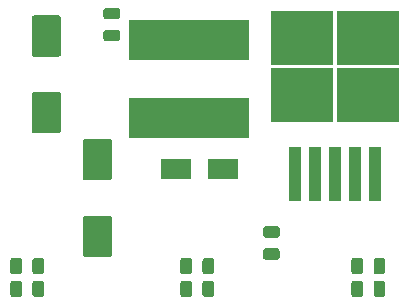
<source format=gbr>
G04 #@! TF.GenerationSoftware,KiCad,Pcbnew,5.1.5-52549c5~84~ubuntu18.04.1*
G04 #@! TF.CreationDate,2020-03-04T17:14:33+01:00*
G04 #@! TF.ProjectId,hub_usb_dispatch,6875625f-7573-4625-9f64-697370617463,rev?*
G04 #@! TF.SameCoordinates,Original*
G04 #@! TF.FileFunction,Paste,Top*
G04 #@! TF.FilePolarity,Positive*
%FSLAX46Y46*%
G04 Gerber Fmt 4.6, Leading zero omitted, Abs format (unit mm)*
G04 Created by KiCad (PCBNEW 5.1.5-52549c5~84~ubuntu18.04.1) date 2020-03-04 17:14:33*
%MOMM*%
%LPD*%
G04 APERTURE LIST*
%ADD10C,0.100000*%
%ADD11R,2.500000X1.800000*%
%ADD12R,10.200000X3.500000*%
%ADD13R,1.100000X4.600000*%
%ADD14R,5.250000X4.550000*%
G04 APERTURE END LIST*
D10*
G36*
X87246542Y-69842174D02*
G01*
X87270203Y-69845684D01*
X87293407Y-69851496D01*
X87315929Y-69859554D01*
X87337553Y-69869782D01*
X87358070Y-69882079D01*
X87377283Y-69896329D01*
X87395007Y-69912393D01*
X87411071Y-69930117D01*
X87425321Y-69949330D01*
X87437618Y-69969847D01*
X87447846Y-69991471D01*
X87455904Y-70013993D01*
X87461716Y-70037197D01*
X87465226Y-70060858D01*
X87466400Y-70084750D01*
X87466400Y-70572250D01*
X87465226Y-70596142D01*
X87461716Y-70619803D01*
X87455904Y-70643007D01*
X87447846Y-70665529D01*
X87437618Y-70687153D01*
X87425321Y-70707670D01*
X87411071Y-70726883D01*
X87395007Y-70744607D01*
X87377283Y-70760671D01*
X87358070Y-70774921D01*
X87337553Y-70787218D01*
X87315929Y-70797446D01*
X87293407Y-70805504D01*
X87270203Y-70811316D01*
X87246542Y-70814826D01*
X87222650Y-70816000D01*
X86310150Y-70816000D01*
X86286258Y-70814826D01*
X86262597Y-70811316D01*
X86239393Y-70805504D01*
X86216871Y-70797446D01*
X86195247Y-70787218D01*
X86174730Y-70774921D01*
X86155517Y-70760671D01*
X86137793Y-70744607D01*
X86121729Y-70726883D01*
X86107479Y-70707670D01*
X86095182Y-70687153D01*
X86084954Y-70665529D01*
X86076896Y-70643007D01*
X86071084Y-70619803D01*
X86067574Y-70596142D01*
X86066400Y-70572250D01*
X86066400Y-70084750D01*
X86067574Y-70060858D01*
X86071084Y-70037197D01*
X86076896Y-70013993D01*
X86084954Y-69991471D01*
X86095182Y-69969847D01*
X86107479Y-69949330D01*
X86121729Y-69930117D01*
X86137793Y-69912393D01*
X86155517Y-69896329D01*
X86174730Y-69882079D01*
X86195247Y-69869782D01*
X86216871Y-69859554D01*
X86239393Y-69851496D01*
X86262597Y-69845684D01*
X86286258Y-69842174D01*
X86310150Y-69841000D01*
X87222650Y-69841000D01*
X87246542Y-69842174D01*
G37*
G36*
X87246542Y-71717174D02*
G01*
X87270203Y-71720684D01*
X87293407Y-71726496D01*
X87315929Y-71734554D01*
X87337553Y-71744782D01*
X87358070Y-71757079D01*
X87377283Y-71771329D01*
X87395007Y-71787393D01*
X87411071Y-71805117D01*
X87425321Y-71824330D01*
X87437618Y-71844847D01*
X87447846Y-71866471D01*
X87455904Y-71888993D01*
X87461716Y-71912197D01*
X87465226Y-71935858D01*
X87466400Y-71959750D01*
X87466400Y-72447250D01*
X87465226Y-72471142D01*
X87461716Y-72494803D01*
X87455904Y-72518007D01*
X87447846Y-72540529D01*
X87437618Y-72562153D01*
X87425321Y-72582670D01*
X87411071Y-72601883D01*
X87395007Y-72619607D01*
X87377283Y-72635671D01*
X87358070Y-72649921D01*
X87337553Y-72662218D01*
X87315929Y-72672446D01*
X87293407Y-72680504D01*
X87270203Y-72686316D01*
X87246542Y-72689826D01*
X87222650Y-72691000D01*
X86310150Y-72691000D01*
X86286258Y-72689826D01*
X86262597Y-72686316D01*
X86239393Y-72680504D01*
X86216871Y-72672446D01*
X86195247Y-72662218D01*
X86174730Y-72649921D01*
X86155517Y-72635671D01*
X86137793Y-72619607D01*
X86121729Y-72601883D01*
X86107479Y-72582670D01*
X86095182Y-72562153D01*
X86084954Y-72540529D01*
X86076896Y-72518007D01*
X86071084Y-72494803D01*
X86067574Y-72471142D01*
X86066400Y-72447250D01*
X86066400Y-71959750D01*
X86067574Y-71935858D01*
X86071084Y-71912197D01*
X86076896Y-71888993D01*
X86084954Y-71866471D01*
X86095182Y-71844847D01*
X86107479Y-71824330D01*
X86121729Y-71805117D01*
X86137793Y-71787393D01*
X86155517Y-71771329D01*
X86174730Y-71757079D01*
X86195247Y-71744782D01*
X86216871Y-71734554D01*
X86239393Y-71726496D01*
X86262597Y-71720684D01*
X86286258Y-71717174D01*
X86310150Y-71716000D01*
X87222650Y-71716000D01*
X87246542Y-71717174D01*
G37*
G36*
X82253704Y-76983604D02*
G01*
X82277973Y-76987204D01*
X82301771Y-76993165D01*
X82324871Y-77001430D01*
X82347049Y-77011920D01*
X82368093Y-77024533D01*
X82387798Y-77039147D01*
X82405977Y-77055623D01*
X82422453Y-77073802D01*
X82437067Y-77093507D01*
X82449680Y-77114551D01*
X82460170Y-77136729D01*
X82468435Y-77159829D01*
X82474396Y-77183627D01*
X82477996Y-77207896D01*
X82479200Y-77232400D01*
X82479200Y-80232400D01*
X82477996Y-80256904D01*
X82474396Y-80281173D01*
X82468435Y-80304971D01*
X82460170Y-80328071D01*
X82449680Y-80350249D01*
X82437067Y-80371293D01*
X82422453Y-80390998D01*
X82405977Y-80409177D01*
X82387798Y-80425653D01*
X82368093Y-80440267D01*
X82347049Y-80452880D01*
X82324871Y-80463370D01*
X82301771Y-80471635D01*
X82277973Y-80477596D01*
X82253704Y-80481196D01*
X82229200Y-80482400D01*
X80229200Y-80482400D01*
X80204696Y-80481196D01*
X80180427Y-80477596D01*
X80156629Y-80471635D01*
X80133529Y-80463370D01*
X80111351Y-80452880D01*
X80090307Y-80440267D01*
X80070602Y-80425653D01*
X80052423Y-80409177D01*
X80035947Y-80390998D01*
X80021333Y-80371293D01*
X80008720Y-80350249D01*
X79998230Y-80328071D01*
X79989965Y-80304971D01*
X79984004Y-80281173D01*
X79980404Y-80256904D01*
X79979200Y-80232400D01*
X79979200Y-77232400D01*
X79980404Y-77207896D01*
X79984004Y-77183627D01*
X79989965Y-77159829D01*
X79998230Y-77136729D01*
X80008720Y-77114551D01*
X80021333Y-77093507D01*
X80035947Y-77073802D01*
X80052423Y-77055623D01*
X80070602Y-77039147D01*
X80090307Y-77024533D01*
X80111351Y-77011920D01*
X80133529Y-77001430D01*
X80156629Y-76993165D01*
X80180427Y-76987204D01*
X80204696Y-76983604D01*
X80229200Y-76982400D01*
X82229200Y-76982400D01*
X82253704Y-76983604D01*
G37*
G36*
X82253704Y-70483604D02*
G01*
X82277973Y-70487204D01*
X82301771Y-70493165D01*
X82324871Y-70501430D01*
X82347049Y-70511920D01*
X82368093Y-70524533D01*
X82387798Y-70539147D01*
X82405977Y-70555623D01*
X82422453Y-70573802D01*
X82437067Y-70593507D01*
X82449680Y-70614551D01*
X82460170Y-70636729D01*
X82468435Y-70659829D01*
X82474396Y-70683627D01*
X82477996Y-70707896D01*
X82479200Y-70732400D01*
X82479200Y-73732400D01*
X82477996Y-73756904D01*
X82474396Y-73781173D01*
X82468435Y-73804971D01*
X82460170Y-73828071D01*
X82449680Y-73850249D01*
X82437067Y-73871293D01*
X82422453Y-73890998D01*
X82405977Y-73909177D01*
X82387798Y-73925653D01*
X82368093Y-73940267D01*
X82347049Y-73952880D01*
X82324871Y-73963370D01*
X82301771Y-73971635D01*
X82277973Y-73977596D01*
X82253704Y-73981196D01*
X82229200Y-73982400D01*
X80229200Y-73982400D01*
X80204696Y-73981196D01*
X80180427Y-73977596D01*
X80156629Y-73971635D01*
X80133529Y-73963370D01*
X80111351Y-73952880D01*
X80090307Y-73940267D01*
X80070602Y-73925653D01*
X80052423Y-73909177D01*
X80035947Y-73890998D01*
X80021333Y-73871293D01*
X80008720Y-73850249D01*
X79998230Y-73828071D01*
X79989965Y-73804971D01*
X79984004Y-73781173D01*
X79980404Y-73756904D01*
X79979200Y-73732400D01*
X79979200Y-70732400D01*
X79980404Y-70707896D01*
X79984004Y-70683627D01*
X79989965Y-70659829D01*
X79998230Y-70636729D01*
X80008720Y-70614551D01*
X80021333Y-70593507D01*
X80035947Y-70573802D01*
X80052423Y-70555623D01*
X80070602Y-70539147D01*
X80090307Y-70524533D01*
X80111351Y-70511920D01*
X80133529Y-70501430D01*
X80156629Y-70493165D01*
X80180427Y-70487204D01*
X80204696Y-70483604D01*
X80229200Y-70482400D01*
X82229200Y-70482400D01*
X82253704Y-70483604D01*
G37*
G36*
X86571704Y-80948404D02*
G01*
X86595973Y-80952004D01*
X86619771Y-80957965D01*
X86642871Y-80966230D01*
X86665049Y-80976720D01*
X86686093Y-80989333D01*
X86705798Y-81003947D01*
X86723977Y-81020423D01*
X86740453Y-81038602D01*
X86755067Y-81058307D01*
X86767680Y-81079351D01*
X86778170Y-81101529D01*
X86786435Y-81124629D01*
X86792396Y-81148427D01*
X86795996Y-81172696D01*
X86797200Y-81197200D01*
X86797200Y-84197200D01*
X86795996Y-84221704D01*
X86792396Y-84245973D01*
X86786435Y-84269771D01*
X86778170Y-84292871D01*
X86767680Y-84315049D01*
X86755067Y-84336093D01*
X86740453Y-84355798D01*
X86723977Y-84373977D01*
X86705798Y-84390453D01*
X86686093Y-84405067D01*
X86665049Y-84417680D01*
X86642871Y-84428170D01*
X86619771Y-84436435D01*
X86595973Y-84442396D01*
X86571704Y-84445996D01*
X86547200Y-84447200D01*
X84547200Y-84447200D01*
X84522696Y-84445996D01*
X84498427Y-84442396D01*
X84474629Y-84436435D01*
X84451529Y-84428170D01*
X84429351Y-84417680D01*
X84408307Y-84405067D01*
X84388602Y-84390453D01*
X84370423Y-84373977D01*
X84353947Y-84355798D01*
X84339333Y-84336093D01*
X84326720Y-84315049D01*
X84316230Y-84292871D01*
X84307965Y-84269771D01*
X84302004Y-84245973D01*
X84298404Y-84221704D01*
X84297200Y-84197200D01*
X84297200Y-81197200D01*
X84298404Y-81172696D01*
X84302004Y-81148427D01*
X84307965Y-81124629D01*
X84316230Y-81101529D01*
X84326720Y-81079351D01*
X84339333Y-81058307D01*
X84353947Y-81038602D01*
X84370423Y-81020423D01*
X84388602Y-81003947D01*
X84408307Y-80989333D01*
X84429351Y-80976720D01*
X84451529Y-80966230D01*
X84474629Y-80957965D01*
X84498427Y-80952004D01*
X84522696Y-80948404D01*
X84547200Y-80947200D01*
X86547200Y-80947200D01*
X86571704Y-80948404D01*
G37*
G36*
X86571704Y-87448404D02*
G01*
X86595973Y-87452004D01*
X86619771Y-87457965D01*
X86642871Y-87466230D01*
X86665049Y-87476720D01*
X86686093Y-87489333D01*
X86705798Y-87503947D01*
X86723977Y-87520423D01*
X86740453Y-87538602D01*
X86755067Y-87558307D01*
X86767680Y-87579351D01*
X86778170Y-87601529D01*
X86786435Y-87624629D01*
X86792396Y-87648427D01*
X86795996Y-87672696D01*
X86797200Y-87697200D01*
X86797200Y-90697200D01*
X86795996Y-90721704D01*
X86792396Y-90745973D01*
X86786435Y-90769771D01*
X86778170Y-90792871D01*
X86767680Y-90815049D01*
X86755067Y-90836093D01*
X86740453Y-90855798D01*
X86723977Y-90873977D01*
X86705798Y-90890453D01*
X86686093Y-90905067D01*
X86665049Y-90917680D01*
X86642871Y-90928170D01*
X86619771Y-90936435D01*
X86595973Y-90942396D01*
X86571704Y-90945996D01*
X86547200Y-90947200D01*
X84547200Y-90947200D01*
X84522696Y-90945996D01*
X84498427Y-90942396D01*
X84474629Y-90936435D01*
X84451529Y-90928170D01*
X84429351Y-90917680D01*
X84408307Y-90905067D01*
X84388602Y-90890453D01*
X84370423Y-90873977D01*
X84353947Y-90855798D01*
X84339333Y-90836093D01*
X84326720Y-90815049D01*
X84316230Y-90792871D01*
X84307965Y-90769771D01*
X84302004Y-90745973D01*
X84298404Y-90721704D01*
X84297200Y-90697200D01*
X84297200Y-87697200D01*
X84298404Y-87672696D01*
X84302004Y-87648427D01*
X84307965Y-87624629D01*
X84316230Y-87601529D01*
X84326720Y-87579351D01*
X84339333Y-87558307D01*
X84353947Y-87538602D01*
X84370423Y-87520423D01*
X84388602Y-87503947D01*
X84408307Y-87489333D01*
X84429351Y-87476720D01*
X84451529Y-87466230D01*
X84474629Y-87457965D01*
X84498427Y-87452004D01*
X84522696Y-87448404D01*
X84547200Y-87447200D01*
X86547200Y-87447200D01*
X86571704Y-87448404D01*
G37*
G36*
X95205142Y-91014174D02*
G01*
X95228803Y-91017684D01*
X95252007Y-91023496D01*
X95274529Y-91031554D01*
X95296153Y-91041782D01*
X95316670Y-91054079D01*
X95335883Y-91068329D01*
X95353607Y-91084393D01*
X95369671Y-91102117D01*
X95383921Y-91121330D01*
X95396218Y-91141847D01*
X95406446Y-91163471D01*
X95414504Y-91185993D01*
X95420316Y-91209197D01*
X95423826Y-91232858D01*
X95425000Y-91256750D01*
X95425000Y-92169250D01*
X95423826Y-92193142D01*
X95420316Y-92216803D01*
X95414504Y-92240007D01*
X95406446Y-92262529D01*
X95396218Y-92284153D01*
X95383921Y-92304670D01*
X95369671Y-92323883D01*
X95353607Y-92341607D01*
X95335883Y-92357671D01*
X95316670Y-92371921D01*
X95296153Y-92384218D01*
X95274529Y-92394446D01*
X95252007Y-92402504D01*
X95228803Y-92408316D01*
X95205142Y-92411826D01*
X95181250Y-92413000D01*
X94693750Y-92413000D01*
X94669858Y-92411826D01*
X94646197Y-92408316D01*
X94622993Y-92402504D01*
X94600471Y-92394446D01*
X94578847Y-92384218D01*
X94558330Y-92371921D01*
X94539117Y-92357671D01*
X94521393Y-92341607D01*
X94505329Y-92323883D01*
X94491079Y-92304670D01*
X94478782Y-92284153D01*
X94468554Y-92262529D01*
X94460496Y-92240007D01*
X94454684Y-92216803D01*
X94451174Y-92193142D01*
X94450000Y-92169250D01*
X94450000Y-91256750D01*
X94451174Y-91232858D01*
X94454684Y-91209197D01*
X94460496Y-91185993D01*
X94468554Y-91163471D01*
X94478782Y-91141847D01*
X94491079Y-91121330D01*
X94505329Y-91102117D01*
X94521393Y-91084393D01*
X94539117Y-91068329D01*
X94558330Y-91054079D01*
X94578847Y-91041782D01*
X94600471Y-91031554D01*
X94622993Y-91023496D01*
X94646197Y-91017684D01*
X94669858Y-91014174D01*
X94693750Y-91013000D01*
X95181250Y-91013000D01*
X95205142Y-91014174D01*
G37*
G36*
X93330142Y-91014174D02*
G01*
X93353803Y-91017684D01*
X93377007Y-91023496D01*
X93399529Y-91031554D01*
X93421153Y-91041782D01*
X93441670Y-91054079D01*
X93460883Y-91068329D01*
X93478607Y-91084393D01*
X93494671Y-91102117D01*
X93508921Y-91121330D01*
X93521218Y-91141847D01*
X93531446Y-91163471D01*
X93539504Y-91185993D01*
X93545316Y-91209197D01*
X93548826Y-91232858D01*
X93550000Y-91256750D01*
X93550000Y-92169250D01*
X93548826Y-92193142D01*
X93545316Y-92216803D01*
X93539504Y-92240007D01*
X93531446Y-92262529D01*
X93521218Y-92284153D01*
X93508921Y-92304670D01*
X93494671Y-92323883D01*
X93478607Y-92341607D01*
X93460883Y-92357671D01*
X93441670Y-92371921D01*
X93421153Y-92384218D01*
X93399529Y-92394446D01*
X93377007Y-92402504D01*
X93353803Y-92408316D01*
X93330142Y-92411826D01*
X93306250Y-92413000D01*
X92818750Y-92413000D01*
X92794858Y-92411826D01*
X92771197Y-92408316D01*
X92747993Y-92402504D01*
X92725471Y-92394446D01*
X92703847Y-92384218D01*
X92683330Y-92371921D01*
X92664117Y-92357671D01*
X92646393Y-92341607D01*
X92630329Y-92323883D01*
X92616079Y-92304670D01*
X92603782Y-92284153D01*
X92593554Y-92262529D01*
X92585496Y-92240007D01*
X92579684Y-92216803D01*
X92576174Y-92193142D01*
X92575000Y-92169250D01*
X92575000Y-91256750D01*
X92576174Y-91232858D01*
X92579684Y-91209197D01*
X92585496Y-91185993D01*
X92593554Y-91163471D01*
X92603782Y-91141847D01*
X92616079Y-91121330D01*
X92630329Y-91102117D01*
X92646393Y-91084393D01*
X92664117Y-91068329D01*
X92683330Y-91054079D01*
X92703847Y-91041782D01*
X92725471Y-91031554D01*
X92747993Y-91023496D01*
X92771197Y-91017684D01*
X92794858Y-91014174D01*
X92818750Y-91013000D01*
X93306250Y-91013000D01*
X93330142Y-91014174D01*
G37*
G36*
X80810142Y-91014174D02*
G01*
X80833803Y-91017684D01*
X80857007Y-91023496D01*
X80879529Y-91031554D01*
X80901153Y-91041782D01*
X80921670Y-91054079D01*
X80940883Y-91068329D01*
X80958607Y-91084393D01*
X80974671Y-91102117D01*
X80988921Y-91121330D01*
X81001218Y-91141847D01*
X81011446Y-91163471D01*
X81019504Y-91185993D01*
X81025316Y-91209197D01*
X81028826Y-91232858D01*
X81030000Y-91256750D01*
X81030000Y-92169250D01*
X81028826Y-92193142D01*
X81025316Y-92216803D01*
X81019504Y-92240007D01*
X81011446Y-92262529D01*
X81001218Y-92284153D01*
X80988921Y-92304670D01*
X80974671Y-92323883D01*
X80958607Y-92341607D01*
X80940883Y-92357671D01*
X80921670Y-92371921D01*
X80901153Y-92384218D01*
X80879529Y-92394446D01*
X80857007Y-92402504D01*
X80833803Y-92408316D01*
X80810142Y-92411826D01*
X80786250Y-92413000D01*
X80298750Y-92413000D01*
X80274858Y-92411826D01*
X80251197Y-92408316D01*
X80227993Y-92402504D01*
X80205471Y-92394446D01*
X80183847Y-92384218D01*
X80163330Y-92371921D01*
X80144117Y-92357671D01*
X80126393Y-92341607D01*
X80110329Y-92323883D01*
X80096079Y-92304670D01*
X80083782Y-92284153D01*
X80073554Y-92262529D01*
X80065496Y-92240007D01*
X80059684Y-92216803D01*
X80056174Y-92193142D01*
X80055000Y-92169250D01*
X80055000Y-91256750D01*
X80056174Y-91232858D01*
X80059684Y-91209197D01*
X80065496Y-91185993D01*
X80073554Y-91163471D01*
X80083782Y-91141847D01*
X80096079Y-91121330D01*
X80110329Y-91102117D01*
X80126393Y-91084393D01*
X80144117Y-91068329D01*
X80163330Y-91054079D01*
X80183847Y-91041782D01*
X80205471Y-91031554D01*
X80227993Y-91023496D01*
X80251197Y-91017684D01*
X80274858Y-91014174D01*
X80298750Y-91013000D01*
X80786250Y-91013000D01*
X80810142Y-91014174D01*
G37*
G36*
X78935142Y-91014174D02*
G01*
X78958803Y-91017684D01*
X78982007Y-91023496D01*
X79004529Y-91031554D01*
X79026153Y-91041782D01*
X79046670Y-91054079D01*
X79065883Y-91068329D01*
X79083607Y-91084393D01*
X79099671Y-91102117D01*
X79113921Y-91121330D01*
X79126218Y-91141847D01*
X79136446Y-91163471D01*
X79144504Y-91185993D01*
X79150316Y-91209197D01*
X79153826Y-91232858D01*
X79155000Y-91256750D01*
X79155000Y-92169250D01*
X79153826Y-92193142D01*
X79150316Y-92216803D01*
X79144504Y-92240007D01*
X79136446Y-92262529D01*
X79126218Y-92284153D01*
X79113921Y-92304670D01*
X79099671Y-92323883D01*
X79083607Y-92341607D01*
X79065883Y-92357671D01*
X79046670Y-92371921D01*
X79026153Y-92384218D01*
X79004529Y-92394446D01*
X78982007Y-92402504D01*
X78958803Y-92408316D01*
X78935142Y-92411826D01*
X78911250Y-92413000D01*
X78423750Y-92413000D01*
X78399858Y-92411826D01*
X78376197Y-92408316D01*
X78352993Y-92402504D01*
X78330471Y-92394446D01*
X78308847Y-92384218D01*
X78288330Y-92371921D01*
X78269117Y-92357671D01*
X78251393Y-92341607D01*
X78235329Y-92323883D01*
X78221079Y-92304670D01*
X78208782Y-92284153D01*
X78198554Y-92262529D01*
X78190496Y-92240007D01*
X78184684Y-92216803D01*
X78181174Y-92193142D01*
X78180000Y-92169250D01*
X78180000Y-91256750D01*
X78181174Y-91232858D01*
X78184684Y-91209197D01*
X78190496Y-91185993D01*
X78198554Y-91163471D01*
X78208782Y-91141847D01*
X78221079Y-91121330D01*
X78235329Y-91102117D01*
X78251393Y-91084393D01*
X78269117Y-91068329D01*
X78288330Y-91054079D01*
X78308847Y-91041782D01*
X78330471Y-91031554D01*
X78352993Y-91023496D01*
X78376197Y-91017684D01*
X78399858Y-91014174D01*
X78423750Y-91013000D01*
X78911250Y-91013000D01*
X78935142Y-91014174D01*
G37*
G36*
X109690842Y-91014174D02*
G01*
X109714503Y-91017684D01*
X109737707Y-91023496D01*
X109760229Y-91031554D01*
X109781853Y-91041782D01*
X109802370Y-91054079D01*
X109821583Y-91068329D01*
X109839307Y-91084393D01*
X109855371Y-91102117D01*
X109869621Y-91121330D01*
X109881918Y-91141847D01*
X109892146Y-91163471D01*
X109900204Y-91185993D01*
X109906016Y-91209197D01*
X109909526Y-91232858D01*
X109910700Y-91256750D01*
X109910700Y-92169250D01*
X109909526Y-92193142D01*
X109906016Y-92216803D01*
X109900204Y-92240007D01*
X109892146Y-92262529D01*
X109881918Y-92284153D01*
X109869621Y-92304670D01*
X109855371Y-92323883D01*
X109839307Y-92341607D01*
X109821583Y-92357671D01*
X109802370Y-92371921D01*
X109781853Y-92384218D01*
X109760229Y-92394446D01*
X109737707Y-92402504D01*
X109714503Y-92408316D01*
X109690842Y-92411826D01*
X109666950Y-92413000D01*
X109179450Y-92413000D01*
X109155558Y-92411826D01*
X109131897Y-92408316D01*
X109108693Y-92402504D01*
X109086171Y-92394446D01*
X109064547Y-92384218D01*
X109044030Y-92371921D01*
X109024817Y-92357671D01*
X109007093Y-92341607D01*
X108991029Y-92323883D01*
X108976779Y-92304670D01*
X108964482Y-92284153D01*
X108954254Y-92262529D01*
X108946196Y-92240007D01*
X108940384Y-92216803D01*
X108936874Y-92193142D01*
X108935700Y-92169250D01*
X108935700Y-91256750D01*
X108936874Y-91232858D01*
X108940384Y-91209197D01*
X108946196Y-91185993D01*
X108954254Y-91163471D01*
X108964482Y-91141847D01*
X108976779Y-91121330D01*
X108991029Y-91102117D01*
X109007093Y-91084393D01*
X109024817Y-91068329D01*
X109044030Y-91054079D01*
X109064547Y-91041782D01*
X109086171Y-91031554D01*
X109108693Y-91023496D01*
X109131897Y-91017684D01*
X109155558Y-91014174D01*
X109179450Y-91013000D01*
X109666950Y-91013000D01*
X109690842Y-91014174D01*
G37*
G36*
X107815842Y-91014174D02*
G01*
X107839503Y-91017684D01*
X107862707Y-91023496D01*
X107885229Y-91031554D01*
X107906853Y-91041782D01*
X107927370Y-91054079D01*
X107946583Y-91068329D01*
X107964307Y-91084393D01*
X107980371Y-91102117D01*
X107994621Y-91121330D01*
X108006918Y-91141847D01*
X108017146Y-91163471D01*
X108025204Y-91185993D01*
X108031016Y-91209197D01*
X108034526Y-91232858D01*
X108035700Y-91256750D01*
X108035700Y-92169250D01*
X108034526Y-92193142D01*
X108031016Y-92216803D01*
X108025204Y-92240007D01*
X108017146Y-92262529D01*
X108006918Y-92284153D01*
X107994621Y-92304670D01*
X107980371Y-92323883D01*
X107964307Y-92341607D01*
X107946583Y-92357671D01*
X107927370Y-92371921D01*
X107906853Y-92384218D01*
X107885229Y-92394446D01*
X107862707Y-92402504D01*
X107839503Y-92408316D01*
X107815842Y-92411826D01*
X107791950Y-92413000D01*
X107304450Y-92413000D01*
X107280558Y-92411826D01*
X107256897Y-92408316D01*
X107233693Y-92402504D01*
X107211171Y-92394446D01*
X107189547Y-92384218D01*
X107169030Y-92371921D01*
X107149817Y-92357671D01*
X107132093Y-92341607D01*
X107116029Y-92323883D01*
X107101779Y-92304670D01*
X107089482Y-92284153D01*
X107079254Y-92262529D01*
X107071196Y-92240007D01*
X107065384Y-92216803D01*
X107061874Y-92193142D01*
X107060700Y-92169250D01*
X107060700Y-91256750D01*
X107061874Y-91232858D01*
X107065384Y-91209197D01*
X107071196Y-91185993D01*
X107079254Y-91163471D01*
X107089482Y-91141847D01*
X107101779Y-91121330D01*
X107116029Y-91102117D01*
X107132093Y-91084393D01*
X107149817Y-91068329D01*
X107169030Y-91054079D01*
X107189547Y-91041782D01*
X107211171Y-91031554D01*
X107233693Y-91023496D01*
X107256897Y-91017684D01*
X107280558Y-91014174D01*
X107304450Y-91013000D01*
X107791950Y-91013000D01*
X107815842Y-91014174D01*
G37*
G36*
X95205142Y-92944574D02*
G01*
X95228803Y-92948084D01*
X95252007Y-92953896D01*
X95274529Y-92961954D01*
X95296153Y-92972182D01*
X95316670Y-92984479D01*
X95335883Y-92998729D01*
X95353607Y-93014793D01*
X95369671Y-93032517D01*
X95383921Y-93051730D01*
X95396218Y-93072247D01*
X95406446Y-93093871D01*
X95414504Y-93116393D01*
X95420316Y-93139597D01*
X95423826Y-93163258D01*
X95425000Y-93187150D01*
X95425000Y-94099650D01*
X95423826Y-94123542D01*
X95420316Y-94147203D01*
X95414504Y-94170407D01*
X95406446Y-94192929D01*
X95396218Y-94214553D01*
X95383921Y-94235070D01*
X95369671Y-94254283D01*
X95353607Y-94272007D01*
X95335883Y-94288071D01*
X95316670Y-94302321D01*
X95296153Y-94314618D01*
X95274529Y-94324846D01*
X95252007Y-94332904D01*
X95228803Y-94338716D01*
X95205142Y-94342226D01*
X95181250Y-94343400D01*
X94693750Y-94343400D01*
X94669858Y-94342226D01*
X94646197Y-94338716D01*
X94622993Y-94332904D01*
X94600471Y-94324846D01*
X94578847Y-94314618D01*
X94558330Y-94302321D01*
X94539117Y-94288071D01*
X94521393Y-94272007D01*
X94505329Y-94254283D01*
X94491079Y-94235070D01*
X94478782Y-94214553D01*
X94468554Y-94192929D01*
X94460496Y-94170407D01*
X94454684Y-94147203D01*
X94451174Y-94123542D01*
X94450000Y-94099650D01*
X94450000Y-93187150D01*
X94451174Y-93163258D01*
X94454684Y-93139597D01*
X94460496Y-93116393D01*
X94468554Y-93093871D01*
X94478782Y-93072247D01*
X94491079Y-93051730D01*
X94505329Y-93032517D01*
X94521393Y-93014793D01*
X94539117Y-92998729D01*
X94558330Y-92984479D01*
X94578847Y-92972182D01*
X94600471Y-92961954D01*
X94622993Y-92953896D01*
X94646197Y-92948084D01*
X94669858Y-92944574D01*
X94693750Y-92943400D01*
X95181250Y-92943400D01*
X95205142Y-92944574D01*
G37*
G36*
X93330142Y-92944574D02*
G01*
X93353803Y-92948084D01*
X93377007Y-92953896D01*
X93399529Y-92961954D01*
X93421153Y-92972182D01*
X93441670Y-92984479D01*
X93460883Y-92998729D01*
X93478607Y-93014793D01*
X93494671Y-93032517D01*
X93508921Y-93051730D01*
X93521218Y-93072247D01*
X93531446Y-93093871D01*
X93539504Y-93116393D01*
X93545316Y-93139597D01*
X93548826Y-93163258D01*
X93550000Y-93187150D01*
X93550000Y-94099650D01*
X93548826Y-94123542D01*
X93545316Y-94147203D01*
X93539504Y-94170407D01*
X93531446Y-94192929D01*
X93521218Y-94214553D01*
X93508921Y-94235070D01*
X93494671Y-94254283D01*
X93478607Y-94272007D01*
X93460883Y-94288071D01*
X93441670Y-94302321D01*
X93421153Y-94314618D01*
X93399529Y-94324846D01*
X93377007Y-94332904D01*
X93353803Y-94338716D01*
X93330142Y-94342226D01*
X93306250Y-94343400D01*
X92818750Y-94343400D01*
X92794858Y-94342226D01*
X92771197Y-94338716D01*
X92747993Y-94332904D01*
X92725471Y-94324846D01*
X92703847Y-94314618D01*
X92683330Y-94302321D01*
X92664117Y-94288071D01*
X92646393Y-94272007D01*
X92630329Y-94254283D01*
X92616079Y-94235070D01*
X92603782Y-94214553D01*
X92593554Y-94192929D01*
X92585496Y-94170407D01*
X92579684Y-94147203D01*
X92576174Y-94123542D01*
X92575000Y-94099650D01*
X92575000Y-93187150D01*
X92576174Y-93163258D01*
X92579684Y-93139597D01*
X92585496Y-93116393D01*
X92593554Y-93093871D01*
X92603782Y-93072247D01*
X92616079Y-93051730D01*
X92630329Y-93032517D01*
X92646393Y-93014793D01*
X92664117Y-92998729D01*
X92683330Y-92984479D01*
X92703847Y-92972182D01*
X92725471Y-92961954D01*
X92747993Y-92953896D01*
X92771197Y-92948084D01*
X92794858Y-92944574D01*
X92818750Y-92943400D01*
X93306250Y-92943400D01*
X93330142Y-92944574D01*
G37*
G36*
X80810142Y-92944574D02*
G01*
X80833803Y-92948084D01*
X80857007Y-92953896D01*
X80879529Y-92961954D01*
X80901153Y-92972182D01*
X80921670Y-92984479D01*
X80940883Y-92998729D01*
X80958607Y-93014793D01*
X80974671Y-93032517D01*
X80988921Y-93051730D01*
X81001218Y-93072247D01*
X81011446Y-93093871D01*
X81019504Y-93116393D01*
X81025316Y-93139597D01*
X81028826Y-93163258D01*
X81030000Y-93187150D01*
X81030000Y-94099650D01*
X81028826Y-94123542D01*
X81025316Y-94147203D01*
X81019504Y-94170407D01*
X81011446Y-94192929D01*
X81001218Y-94214553D01*
X80988921Y-94235070D01*
X80974671Y-94254283D01*
X80958607Y-94272007D01*
X80940883Y-94288071D01*
X80921670Y-94302321D01*
X80901153Y-94314618D01*
X80879529Y-94324846D01*
X80857007Y-94332904D01*
X80833803Y-94338716D01*
X80810142Y-94342226D01*
X80786250Y-94343400D01*
X80298750Y-94343400D01*
X80274858Y-94342226D01*
X80251197Y-94338716D01*
X80227993Y-94332904D01*
X80205471Y-94324846D01*
X80183847Y-94314618D01*
X80163330Y-94302321D01*
X80144117Y-94288071D01*
X80126393Y-94272007D01*
X80110329Y-94254283D01*
X80096079Y-94235070D01*
X80083782Y-94214553D01*
X80073554Y-94192929D01*
X80065496Y-94170407D01*
X80059684Y-94147203D01*
X80056174Y-94123542D01*
X80055000Y-94099650D01*
X80055000Y-93187150D01*
X80056174Y-93163258D01*
X80059684Y-93139597D01*
X80065496Y-93116393D01*
X80073554Y-93093871D01*
X80083782Y-93072247D01*
X80096079Y-93051730D01*
X80110329Y-93032517D01*
X80126393Y-93014793D01*
X80144117Y-92998729D01*
X80163330Y-92984479D01*
X80183847Y-92972182D01*
X80205471Y-92961954D01*
X80227993Y-92953896D01*
X80251197Y-92948084D01*
X80274858Y-92944574D01*
X80298750Y-92943400D01*
X80786250Y-92943400D01*
X80810142Y-92944574D01*
G37*
G36*
X78935142Y-92944574D02*
G01*
X78958803Y-92948084D01*
X78982007Y-92953896D01*
X79004529Y-92961954D01*
X79026153Y-92972182D01*
X79046670Y-92984479D01*
X79065883Y-92998729D01*
X79083607Y-93014793D01*
X79099671Y-93032517D01*
X79113921Y-93051730D01*
X79126218Y-93072247D01*
X79136446Y-93093871D01*
X79144504Y-93116393D01*
X79150316Y-93139597D01*
X79153826Y-93163258D01*
X79155000Y-93187150D01*
X79155000Y-94099650D01*
X79153826Y-94123542D01*
X79150316Y-94147203D01*
X79144504Y-94170407D01*
X79136446Y-94192929D01*
X79126218Y-94214553D01*
X79113921Y-94235070D01*
X79099671Y-94254283D01*
X79083607Y-94272007D01*
X79065883Y-94288071D01*
X79046670Y-94302321D01*
X79026153Y-94314618D01*
X79004529Y-94324846D01*
X78982007Y-94332904D01*
X78958803Y-94338716D01*
X78935142Y-94342226D01*
X78911250Y-94343400D01*
X78423750Y-94343400D01*
X78399858Y-94342226D01*
X78376197Y-94338716D01*
X78352993Y-94332904D01*
X78330471Y-94324846D01*
X78308847Y-94314618D01*
X78288330Y-94302321D01*
X78269117Y-94288071D01*
X78251393Y-94272007D01*
X78235329Y-94254283D01*
X78221079Y-94235070D01*
X78208782Y-94214553D01*
X78198554Y-94192929D01*
X78190496Y-94170407D01*
X78184684Y-94147203D01*
X78181174Y-94123542D01*
X78180000Y-94099650D01*
X78180000Y-93187150D01*
X78181174Y-93163258D01*
X78184684Y-93139597D01*
X78190496Y-93116393D01*
X78198554Y-93093871D01*
X78208782Y-93072247D01*
X78221079Y-93051730D01*
X78235329Y-93032517D01*
X78251393Y-93014793D01*
X78269117Y-92998729D01*
X78288330Y-92984479D01*
X78308847Y-92972182D01*
X78330471Y-92961954D01*
X78352993Y-92953896D01*
X78376197Y-92948084D01*
X78399858Y-92944574D01*
X78423750Y-92943400D01*
X78911250Y-92943400D01*
X78935142Y-92944574D01*
G37*
G36*
X109688542Y-92944574D02*
G01*
X109712203Y-92948084D01*
X109735407Y-92953896D01*
X109757929Y-92961954D01*
X109779553Y-92972182D01*
X109800070Y-92984479D01*
X109819283Y-92998729D01*
X109837007Y-93014793D01*
X109853071Y-93032517D01*
X109867321Y-93051730D01*
X109879618Y-93072247D01*
X109889846Y-93093871D01*
X109897904Y-93116393D01*
X109903716Y-93139597D01*
X109907226Y-93163258D01*
X109908400Y-93187150D01*
X109908400Y-94099650D01*
X109907226Y-94123542D01*
X109903716Y-94147203D01*
X109897904Y-94170407D01*
X109889846Y-94192929D01*
X109879618Y-94214553D01*
X109867321Y-94235070D01*
X109853071Y-94254283D01*
X109837007Y-94272007D01*
X109819283Y-94288071D01*
X109800070Y-94302321D01*
X109779553Y-94314618D01*
X109757929Y-94324846D01*
X109735407Y-94332904D01*
X109712203Y-94338716D01*
X109688542Y-94342226D01*
X109664650Y-94343400D01*
X109177150Y-94343400D01*
X109153258Y-94342226D01*
X109129597Y-94338716D01*
X109106393Y-94332904D01*
X109083871Y-94324846D01*
X109062247Y-94314618D01*
X109041730Y-94302321D01*
X109022517Y-94288071D01*
X109004793Y-94272007D01*
X108988729Y-94254283D01*
X108974479Y-94235070D01*
X108962182Y-94214553D01*
X108951954Y-94192929D01*
X108943896Y-94170407D01*
X108938084Y-94147203D01*
X108934574Y-94123542D01*
X108933400Y-94099650D01*
X108933400Y-93187150D01*
X108934574Y-93163258D01*
X108938084Y-93139597D01*
X108943896Y-93116393D01*
X108951954Y-93093871D01*
X108962182Y-93072247D01*
X108974479Y-93051730D01*
X108988729Y-93032517D01*
X109004793Y-93014793D01*
X109022517Y-92998729D01*
X109041730Y-92984479D01*
X109062247Y-92972182D01*
X109083871Y-92961954D01*
X109106393Y-92953896D01*
X109129597Y-92948084D01*
X109153258Y-92944574D01*
X109177150Y-92943400D01*
X109664650Y-92943400D01*
X109688542Y-92944574D01*
G37*
G36*
X107813542Y-92944574D02*
G01*
X107837203Y-92948084D01*
X107860407Y-92953896D01*
X107882929Y-92961954D01*
X107904553Y-92972182D01*
X107925070Y-92984479D01*
X107944283Y-92998729D01*
X107962007Y-93014793D01*
X107978071Y-93032517D01*
X107992321Y-93051730D01*
X108004618Y-93072247D01*
X108014846Y-93093871D01*
X108022904Y-93116393D01*
X108028716Y-93139597D01*
X108032226Y-93163258D01*
X108033400Y-93187150D01*
X108033400Y-94099650D01*
X108032226Y-94123542D01*
X108028716Y-94147203D01*
X108022904Y-94170407D01*
X108014846Y-94192929D01*
X108004618Y-94214553D01*
X107992321Y-94235070D01*
X107978071Y-94254283D01*
X107962007Y-94272007D01*
X107944283Y-94288071D01*
X107925070Y-94302321D01*
X107904553Y-94314618D01*
X107882929Y-94324846D01*
X107860407Y-94332904D01*
X107837203Y-94338716D01*
X107813542Y-94342226D01*
X107789650Y-94343400D01*
X107302150Y-94343400D01*
X107278258Y-94342226D01*
X107254597Y-94338716D01*
X107231393Y-94332904D01*
X107208871Y-94324846D01*
X107187247Y-94314618D01*
X107166730Y-94302321D01*
X107147517Y-94288071D01*
X107129793Y-94272007D01*
X107113729Y-94254283D01*
X107099479Y-94235070D01*
X107087182Y-94214553D01*
X107076954Y-94192929D01*
X107068896Y-94170407D01*
X107063084Y-94147203D01*
X107059574Y-94123542D01*
X107058400Y-94099650D01*
X107058400Y-93187150D01*
X107059574Y-93163258D01*
X107063084Y-93139597D01*
X107068896Y-93116393D01*
X107076954Y-93093871D01*
X107087182Y-93072247D01*
X107099479Y-93051730D01*
X107113729Y-93032517D01*
X107129793Y-93014793D01*
X107147517Y-92998729D01*
X107166730Y-92984479D01*
X107187247Y-92972182D01*
X107208871Y-92961954D01*
X107231393Y-92953896D01*
X107254597Y-92948084D01*
X107278258Y-92944574D01*
X107302150Y-92943400D01*
X107789650Y-92943400D01*
X107813542Y-92944574D01*
G37*
D11*
X92183200Y-83508800D03*
X96183200Y-83508800D03*
D12*
X93268800Y-72538000D03*
X93268800Y-79138000D03*
D13*
X102276700Y-83949800D03*
X103976700Y-83949800D03*
X105676700Y-83949800D03*
X107376700Y-83949800D03*
X109076700Y-83949800D03*
D14*
X108451700Y-72374800D03*
X102901700Y-77224800D03*
X102901700Y-72374800D03*
X108451700Y-77224800D03*
D10*
G36*
X100759342Y-90208374D02*
G01*
X100783003Y-90211884D01*
X100806207Y-90217696D01*
X100828729Y-90225754D01*
X100850353Y-90235982D01*
X100870870Y-90248279D01*
X100890083Y-90262529D01*
X100907807Y-90278593D01*
X100923871Y-90296317D01*
X100938121Y-90315530D01*
X100950418Y-90336047D01*
X100960646Y-90357671D01*
X100968704Y-90380193D01*
X100974516Y-90403397D01*
X100978026Y-90427058D01*
X100979200Y-90450950D01*
X100979200Y-90938450D01*
X100978026Y-90962342D01*
X100974516Y-90986003D01*
X100968704Y-91009207D01*
X100960646Y-91031729D01*
X100950418Y-91053353D01*
X100938121Y-91073870D01*
X100923871Y-91093083D01*
X100907807Y-91110807D01*
X100890083Y-91126871D01*
X100870870Y-91141121D01*
X100850353Y-91153418D01*
X100828729Y-91163646D01*
X100806207Y-91171704D01*
X100783003Y-91177516D01*
X100759342Y-91181026D01*
X100735450Y-91182200D01*
X99822950Y-91182200D01*
X99799058Y-91181026D01*
X99775397Y-91177516D01*
X99752193Y-91171704D01*
X99729671Y-91163646D01*
X99708047Y-91153418D01*
X99687530Y-91141121D01*
X99668317Y-91126871D01*
X99650593Y-91110807D01*
X99634529Y-91093083D01*
X99620279Y-91073870D01*
X99607982Y-91053353D01*
X99597754Y-91031729D01*
X99589696Y-91009207D01*
X99583884Y-90986003D01*
X99580374Y-90962342D01*
X99579200Y-90938450D01*
X99579200Y-90450950D01*
X99580374Y-90427058D01*
X99583884Y-90403397D01*
X99589696Y-90380193D01*
X99597754Y-90357671D01*
X99607982Y-90336047D01*
X99620279Y-90315530D01*
X99634529Y-90296317D01*
X99650593Y-90278593D01*
X99668317Y-90262529D01*
X99687530Y-90248279D01*
X99708047Y-90235982D01*
X99729671Y-90225754D01*
X99752193Y-90217696D01*
X99775397Y-90211884D01*
X99799058Y-90208374D01*
X99822950Y-90207200D01*
X100735450Y-90207200D01*
X100759342Y-90208374D01*
G37*
G36*
X100759342Y-88333374D02*
G01*
X100783003Y-88336884D01*
X100806207Y-88342696D01*
X100828729Y-88350754D01*
X100850353Y-88360982D01*
X100870870Y-88373279D01*
X100890083Y-88387529D01*
X100907807Y-88403593D01*
X100923871Y-88421317D01*
X100938121Y-88440530D01*
X100950418Y-88461047D01*
X100960646Y-88482671D01*
X100968704Y-88505193D01*
X100974516Y-88528397D01*
X100978026Y-88552058D01*
X100979200Y-88575950D01*
X100979200Y-89063450D01*
X100978026Y-89087342D01*
X100974516Y-89111003D01*
X100968704Y-89134207D01*
X100960646Y-89156729D01*
X100950418Y-89178353D01*
X100938121Y-89198870D01*
X100923871Y-89218083D01*
X100907807Y-89235807D01*
X100890083Y-89251871D01*
X100870870Y-89266121D01*
X100850353Y-89278418D01*
X100828729Y-89288646D01*
X100806207Y-89296704D01*
X100783003Y-89302516D01*
X100759342Y-89306026D01*
X100735450Y-89307200D01*
X99822950Y-89307200D01*
X99799058Y-89306026D01*
X99775397Y-89302516D01*
X99752193Y-89296704D01*
X99729671Y-89288646D01*
X99708047Y-89278418D01*
X99687530Y-89266121D01*
X99668317Y-89251871D01*
X99650593Y-89235807D01*
X99634529Y-89218083D01*
X99620279Y-89198870D01*
X99607982Y-89178353D01*
X99597754Y-89156729D01*
X99589696Y-89134207D01*
X99583884Y-89111003D01*
X99580374Y-89087342D01*
X99579200Y-89063450D01*
X99579200Y-88575950D01*
X99580374Y-88552058D01*
X99583884Y-88528397D01*
X99589696Y-88505193D01*
X99597754Y-88482671D01*
X99607982Y-88461047D01*
X99620279Y-88440530D01*
X99634529Y-88421317D01*
X99650593Y-88403593D01*
X99668317Y-88387529D01*
X99687530Y-88373279D01*
X99708047Y-88360982D01*
X99729671Y-88350754D01*
X99752193Y-88342696D01*
X99775397Y-88336884D01*
X99799058Y-88333374D01*
X99822950Y-88332200D01*
X100735450Y-88332200D01*
X100759342Y-88333374D01*
G37*
M02*

</source>
